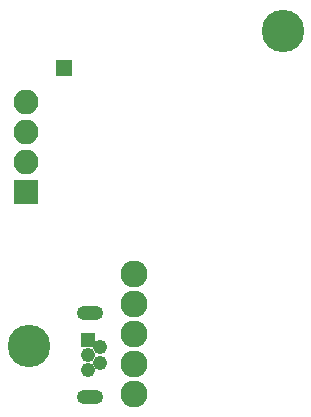
<source format=gbr>
G04 #@! TF.FileFunction,Soldermask,Bot*
%FSLAX46Y46*%
G04 Gerber Fmt 4.6, Leading zero omitted, Abs format (unit mm)*
G04 Created by KiCad (PCBNEW 4.0.7-e2-6376~61~ubuntu18.04.1) date Mon Jul 23 20:51:16 2018*
%MOMM*%
%LPD*%
G01*
G04 APERTURE LIST*
%ADD10C,0.100000*%
%ADD11R,1.240000X1.240000*%
%ADD12C,1.240000*%
%ADD13O,2.250000X1.250000*%
%ADD14C,2.279600*%
%ADD15C,3.600000*%
%ADD16R,1.400000X1.400000*%
%ADD17R,2.100000X2.100000*%
%ADD18O,2.100000X2.100000*%
G04 APERTURE END LIST*
D10*
D11*
X155700000Y-77500000D03*
D12*
X156700000Y-78150000D03*
X155700000Y-78800000D03*
X156700000Y-79450000D03*
X155700000Y-80100000D03*
D13*
X155920000Y-75225000D03*
X155920000Y-82375000D03*
D14*
X159650000Y-71910000D03*
X159650000Y-74450000D03*
X159650000Y-76990000D03*
X159650000Y-79530000D03*
X159650000Y-82070000D03*
D15*
X150700000Y-78000000D03*
X172200000Y-51400000D03*
D16*
X153700000Y-54500000D03*
D17*
X150500000Y-65000000D03*
D18*
X150500000Y-62460000D03*
X150500000Y-59920000D03*
X150500000Y-57380000D03*
M02*

</source>
